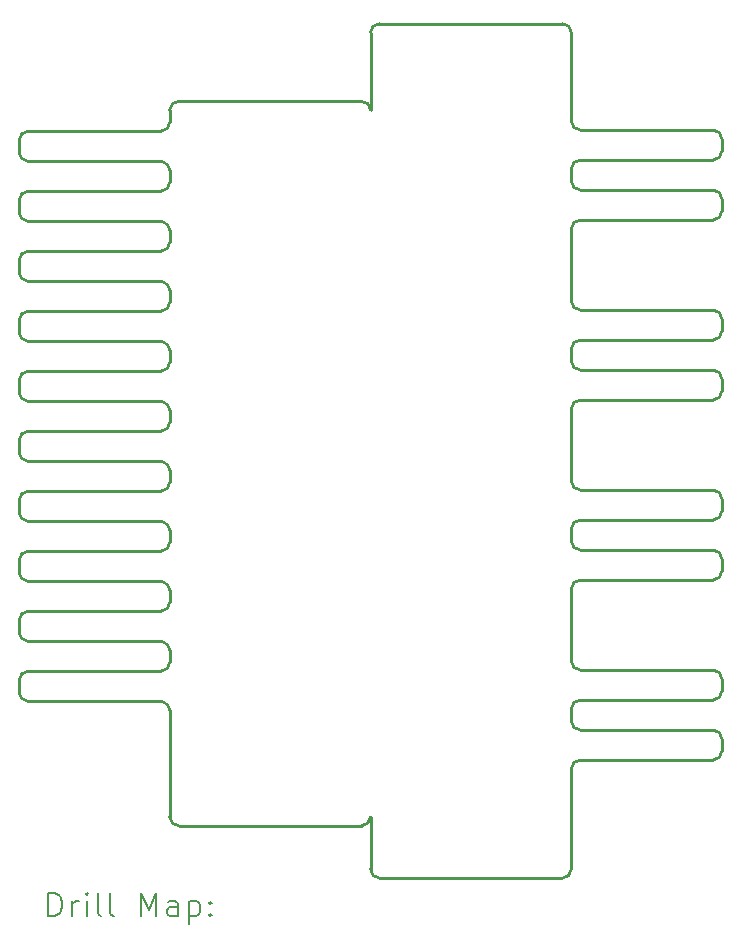
<source format=gbr>
%TF.GenerationSoftware,KiCad,Pcbnew,7.0.10*%
%TF.CreationDate,2024-07-22T08:22:24-04:00*%
%TF.ProjectId,12.X.1 - PLC Connector Combined,31322e58-2e31-4202-9d20-504c4320436f,rev?*%
%TF.SameCoordinates,Original*%
%TF.FileFunction,Drillmap*%
%TF.FilePolarity,Positive*%
%FSLAX45Y45*%
G04 Gerber Fmt 4.5, Leading zero omitted, Abs format (unit mm)*
G04 Created by KiCad (PCBNEW 7.0.10) date 2024-07-22 08:22:24*
%MOMM*%
%LPD*%
G01*
G04 APERTURE LIST*
%ADD10C,0.250000*%
%ADD11C,0.200000*%
G04 APERTURE END LIST*
D10*
X11611000Y-11142699D02*
X12736000Y-11142699D01*
X17485999Y-7651000D02*
G75*
G03*
X17411000Y-7576000I-74999J1D01*
G01*
X11536000Y-8781699D02*
G75*
G03*
X11611000Y-8856699I75000J0D01*
G01*
X11536000Y-9797699D02*
X11536000Y-9693699D01*
X11611000Y-11650699D02*
X12736000Y-11650699D01*
X11536000Y-12337699D02*
G75*
G03*
X11611000Y-12412699I75000J0D01*
G01*
X12886000Y-7332699D02*
G75*
G03*
X12811000Y-7407699I0J-75000D01*
G01*
X12811000Y-7511699D02*
X12811000Y-7407699D01*
X12736000Y-9872699D02*
X11611000Y-9872699D01*
X12811000Y-8931699D02*
G75*
G03*
X12736000Y-8856699I-75000J0D01*
G01*
X11611000Y-10634699D02*
G75*
G03*
X11536000Y-10709699I0J-75000D01*
G01*
X12736000Y-9110699D02*
G75*
G03*
X12811000Y-9035699I0J75000D01*
G01*
X17486000Y-12223000D02*
X17486000Y-12327000D01*
X16211000Y-8413000D02*
X16211000Y-9025000D01*
X12811000Y-11471699D02*
G75*
G03*
X12736000Y-11396699I-75000J0D01*
G01*
X11536000Y-11321699D02*
G75*
G03*
X11611000Y-11396699I75000J0D01*
G01*
X14511000Y-7407699D02*
G75*
G03*
X14436000Y-7332699I-75000J0D01*
G01*
X11611000Y-10126699D02*
X12736000Y-10126699D01*
X12736000Y-11650699D02*
G75*
G03*
X12811000Y-11575699I0J75000D01*
G01*
X17411000Y-7829999D02*
G75*
G03*
X17486000Y-7755000I0J75000D01*
G01*
X12811000Y-9947699D02*
G75*
G03*
X12736000Y-9872699I-75000J0D01*
G01*
X17411000Y-9353999D02*
G75*
G03*
X17486000Y-9279000I0J75000D01*
G01*
X16286000Y-10624000D02*
X17411000Y-10624000D01*
X17485999Y-11207000D02*
G75*
G03*
X17411000Y-11132000I-74999J1D01*
G01*
X17411000Y-12909999D02*
G75*
G03*
X17486000Y-12835000I0J75000D01*
G01*
X11536000Y-10305699D02*
G75*
G03*
X11611000Y-10380699I75000J0D01*
G01*
X14586000Y-6676000D02*
X16136000Y-6676000D01*
X12811000Y-10455699D02*
G75*
G03*
X12736000Y-10380699I-75000J0D01*
G01*
X17411000Y-12402000D02*
X16286000Y-12402000D01*
X11536000Y-7765699D02*
G75*
G03*
X11611000Y-7840699I75000J0D01*
G01*
X16211000Y-10953000D02*
X16211000Y-11057000D01*
X12736000Y-8348699D02*
X11611000Y-8348699D01*
X17411000Y-7830000D02*
X16286000Y-7830000D01*
X12736000Y-12158699D02*
G75*
G03*
X12811000Y-12083699I0J75000D01*
G01*
X12811000Y-8423699D02*
G75*
G03*
X12736000Y-8348699I-75000J0D01*
G01*
X11611000Y-7586699D02*
G75*
G03*
X11536000Y-7661699I0J-75000D01*
G01*
X16136000Y-13910000D02*
X14586000Y-13910000D01*
X16136000Y-13909999D02*
G75*
G03*
X16211000Y-13835000I0J75000D01*
G01*
X16286000Y-9608000D02*
X17411000Y-9608000D01*
X16286000Y-12909999D02*
G75*
G03*
X16211000Y-12985000I0J-75000D01*
G01*
X16286000Y-11132000D02*
X17411000Y-11132000D01*
X17486000Y-7651000D02*
X17486000Y-7755000D01*
X16211000Y-7905000D02*
X16211000Y-8009000D01*
X11611000Y-10126699D02*
G75*
G03*
X11536000Y-10201699I0J-75000D01*
G01*
X17486000Y-11207000D02*
X17486000Y-11311000D01*
X16286000Y-12656000D02*
X17411000Y-12656000D01*
X16211000Y-12477000D02*
X16211000Y-12581000D01*
X12811000Y-13391699D02*
G75*
G03*
X12886000Y-13466699I75000J0D01*
G01*
X11536000Y-9289699D02*
G75*
G03*
X11611000Y-9364699I75000J0D01*
G01*
X12811000Y-8019699D02*
X12811000Y-7915699D01*
X12736000Y-9618699D02*
G75*
G03*
X12811000Y-9543699I0J75000D01*
G01*
X12811000Y-10051699D02*
X12811000Y-9947699D01*
X16211000Y-12985000D02*
X16211000Y-13835000D01*
X12811000Y-11979699D02*
G75*
G03*
X12736000Y-11904699I-75000J0D01*
G01*
X14436000Y-13466699D02*
X12886000Y-13466699D01*
X12736000Y-8856699D02*
X11611000Y-8856699D01*
X17485999Y-12223000D02*
G75*
G03*
X17411000Y-12148000I-74999J1D01*
G01*
X11536000Y-12337699D02*
X11536000Y-12233699D01*
X16286000Y-9100000D02*
X17411000Y-9100000D01*
X11536000Y-8781699D02*
X11536000Y-8677699D01*
X16286000Y-7576000D02*
X17411000Y-7576000D01*
X11611000Y-8094699D02*
X12736000Y-8094699D01*
X11536000Y-10813699D02*
X11536000Y-10709699D01*
X16286000Y-10877999D02*
G75*
G03*
X16211000Y-10953000I0J-75000D01*
G01*
X12736000Y-10888699D02*
X11611000Y-10888699D01*
X17411000Y-10878000D02*
X16286000Y-10878000D01*
X11611000Y-12158699D02*
G75*
G03*
X11536000Y-12233699I0J-75000D01*
G01*
X12811000Y-9439699D02*
G75*
G03*
X12736000Y-9364699I-75000J0D01*
G01*
X14511000Y-7407699D02*
X14511000Y-6751000D01*
X16286000Y-7829999D02*
G75*
G03*
X16211000Y-7905000I0J-75000D01*
G01*
X11611000Y-7586699D02*
X12736000Y-7586699D01*
X17411000Y-9861999D02*
G75*
G03*
X17486000Y-9787000I0J75000D01*
G01*
X14586000Y-6675999D02*
G75*
G03*
X14511000Y-6751000I0J-75000D01*
G01*
X17486000Y-9175000D02*
X17486000Y-9279000D01*
X17485999Y-9683000D02*
G75*
G03*
X17411000Y-9608000I-74999J1D01*
G01*
X11536000Y-9289699D02*
X11536000Y-9185699D01*
X12736000Y-8602699D02*
G75*
G03*
X12811000Y-8527699I0J75000D01*
G01*
X17486000Y-12731000D02*
X17486000Y-12835000D01*
X16286000Y-12148000D02*
X17411000Y-12148000D01*
X16286000Y-9861999D02*
G75*
G03*
X16211000Y-9937000I0J-75000D01*
G01*
X12811000Y-12487699D02*
G75*
G03*
X12736000Y-12412699I-75000J0D01*
G01*
X12811000Y-9543699D02*
X12811000Y-9439699D01*
X11611000Y-10634699D02*
X12736000Y-10634699D01*
X17485999Y-10699000D02*
G75*
G03*
X17411000Y-10624000I-74999J1D01*
G01*
X12811000Y-10963699D02*
G75*
G03*
X12736000Y-10888699I-75000J0D01*
G01*
X11536000Y-7765699D02*
X11536000Y-7661699D01*
X12811000Y-11067699D02*
X12811000Y-10963699D01*
X11536000Y-11829699D02*
G75*
G03*
X11611000Y-11904699I75000J0D01*
G01*
X17485999Y-9175000D02*
G75*
G03*
X17411000Y-9100000I-74999J1D01*
G01*
X16210999Y-10549000D02*
G75*
G03*
X16286000Y-10624000I75001J1D01*
G01*
X16210999Y-6751000D02*
G75*
G03*
X16136000Y-6676000I-74999J1D01*
G01*
X17411000Y-12910000D02*
X16286000Y-12910000D01*
X17411000Y-8337999D02*
G75*
G03*
X17486000Y-8263000I0J75000D01*
G01*
X17411000Y-11386000D02*
X16286000Y-11386000D01*
X12736000Y-11396699D02*
X11611000Y-11396699D01*
X16210999Y-9533000D02*
G75*
G03*
X16286000Y-9608000I75001J1D01*
G01*
X14510999Y-13835000D02*
G75*
G03*
X14586000Y-13910000I75001J1D01*
G01*
X17485999Y-12731000D02*
G75*
G03*
X17411000Y-12656000I-74999J1D01*
G01*
X14511000Y-13835000D02*
X14511000Y-13391699D01*
X16286000Y-8337999D02*
G75*
G03*
X16211000Y-8413000I0J-75000D01*
G01*
X16286000Y-11385999D02*
G75*
G03*
X16211000Y-11461000I0J-75000D01*
G01*
X11536000Y-11321699D02*
X11536000Y-11217699D01*
X12736000Y-9364699D02*
X11611000Y-9364699D01*
X12811000Y-12083699D02*
X12811000Y-11979699D01*
X12811000Y-7915699D02*
G75*
G03*
X12736000Y-7840699I-75000J0D01*
G01*
X12886000Y-7332699D02*
X14436000Y-7332699D01*
X11611000Y-11142699D02*
G75*
G03*
X11536000Y-11217699I0J-75000D01*
G01*
X12736000Y-10380699D02*
X11611000Y-10380699D01*
X16211000Y-9429000D02*
X16211000Y-9533000D01*
X11611000Y-9110699D02*
X12736000Y-9110699D01*
X11611000Y-8094699D02*
G75*
G03*
X11536000Y-8169699I0J-75000D01*
G01*
X16286000Y-9353999D02*
G75*
G03*
X16211000Y-9429000I0J-75000D01*
G01*
X12811000Y-9035699D02*
X12811000Y-8931699D01*
X17411000Y-8338000D02*
X16286000Y-8338000D01*
X12811000Y-13391699D02*
X12811000Y-12487699D01*
X11536000Y-8273699D02*
G75*
G03*
X11611000Y-8348699I75000J0D01*
G01*
X12736000Y-10634699D02*
G75*
G03*
X12811000Y-10559699I0J75000D01*
G01*
X12811000Y-11575699D02*
X12811000Y-11471699D01*
X16211000Y-11461000D02*
X16211000Y-12073000D01*
X11611000Y-9618699D02*
G75*
G03*
X11536000Y-9693699I0J-75000D01*
G01*
X11536000Y-9797699D02*
G75*
G03*
X11611000Y-9872699I75000J0D01*
G01*
X12736000Y-7586699D02*
G75*
G03*
X12811000Y-7511699I0J75000D01*
G01*
X17411000Y-10877999D02*
G75*
G03*
X17486000Y-10803000I0J75000D01*
G01*
X16210999Y-11057000D02*
G75*
G03*
X16286000Y-11132000I75001J1D01*
G01*
X12736000Y-11904699D02*
X11611000Y-11904699D01*
X17411000Y-9354000D02*
X16286000Y-9354000D01*
X12811000Y-8527699D02*
X12811000Y-8423699D01*
X14436000Y-13466699D02*
G75*
G03*
X14511000Y-13391699I0J75000D01*
G01*
X17485999Y-8159000D02*
G75*
G03*
X17411000Y-8084000I-74999J1D01*
G01*
X11611000Y-11650699D02*
G75*
G03*
X11536000Y-11725699I0J-75000D01*
G01*
X16210999Y-9025000D02*
G75*
G03*
X16286000Y-9100000I75001J1D01*
G01*
X16211000Y-6751000D02*
X16211000Y-7501000D01*
X17411000Y-9862000D02*
X16286000Y-9862000D01*
X17486000Y-9683000D02*
X17486000Y-9787000D01*
X11611000Y-8602699D02*
X12736000Y-8602699D01*
X12736000Y-11142699D02*
G75*
G03*
X12811000Y-11067699I0J75000D01*
G01*
X12811000Y-10559699D02*
X12811000Y-10455699D01*
X12736000Y-12412699D02*
X11611000Y-12412699D01*
X11536000Y-11829699D02*
X11536000Y-11725699D01*
X11536000Y-10305699D02*
X11536000Y-10201699D01*
X11611000Y-8602699D02*
G75*
G03*
X11536000Y-8677699I0J-75000D01*
G01*
X16211000Y-9937000D02*
X16211000Y-10549000D01*
X16286000Y-8084000D02*
X17411000Y-8084000D01*
X11611000Y-9110699D02*
G75*
G03*
X11536000Y-9185699I0J-75000D01*
G01*
X17486000Y-8159000D02*
X17486000Y-8263000D01*
X17411000Y-11385999D02*
G75*
G03*
X17486000Y-11311000I0J75000D01*
G01*
X12736000Y-7840699D02*
X11611000Y-7840699D01*
X16286000Y-12401999D02*
G75*
G03*
X16211000Y-12477000I0J-75000D01*
G01*
X11611000Y-12158699D02*
X12736000Y-12158699D01*
X12736000Y-8094699D02*
G75*
G03*
X12811000Y-8019699I0J75000D01*
G01*
X11536000Y-10813699D02*
G75*
G03*
X11611000Y-10888699I75000J0D01*
G01*
X11536000Y-8273699D02*
X11536000Y-8169699D01*
X16210999Y-12073000D02*
G75*
G03*
X16286000Y-12148000I75001J1D01*
G01*
X11611000Y-9618699D02*
X12736000Y-9618699D01*
X16210999Y-7501000D02*
G75*
G03*
X16286000Y-7576000I75001J1D01*
G01*
X16210999Y-8009000D02*
G75*
G03*
X16286000Y-8084000I75001J1D01*
G01*
X12736000Y-10126699D02*
G75*
G03*
X12811000Y-10051699I0J75000D01*
G01*
X16210999Y-12581000D02*
G75*
G03*
X16286000Y-12656000I75001J1D01*
G01*
X17486000Y-10699000D02*
X17486000Y-10803000D01*
X17411000Y-12401999D02*
G75*
G03*
X17486000Y-12327000I0J75000D01*
G01*
D11*
X11784277Y-14233984D02*
X11784277Y-14033984D01*
X11784277Y-14033984D02*
X11831896Y-14033984D01*
X11831896Y-14033984D02*
X11860467Y-14043508D01*
X11860467Y-14043508D02*
X11879515Y-14062555D01*
X11879515Y-14062555D02*
X11889039Y-14081603D01*
X11889039Y-14081603D02*
X11898562Y-14119698D01*
X11898562Y-14119698D02*
X11898562Y-14148269D01*
X11898562Y-14148269D02*
X11889039Y-14186365D01*
X11889039Y-14186365D02*
X11879515Y-14205412D01*
X11879515Y-14205412D02*
X11860467Y-14224460D01*
X11860467Y-14224460D02*
X11831896Y-14233984D01*
X11831896Y-14233984D02*
X11784277Y-14233984D01*
X11984277Y-14233984D02*
X11984277Y-14100650D01*
X11984277Y-14138746D02*
X11993801Y-14119698D01*
X11993801Y-14119698D02*
X12003324Y-14110174D01*
X12003324Y-14110174D02*
X12022372Y-14100650D01*
X12022372Y-14100650D02*
X12041420Y-14100650D01*
X12108086Y-14233984D02*
X12108086Y-14100650D01*
X12108086Y-14033984D02*
X12098562Y-14043508D01*
X12098562Y-14043508D02*
X12108086Y-14053031D01*
X12108086Y-14053031D02*
X12117610Y-14043508D01*
X12117610Y-14043508D02*
X12108086Y-14033984D01*
X12108086Y-14033984D02*
X12108086Y-14053031D01*
X12231896Y-14233984D02*
X12212848Y-14224460D01*
X12212848Y-14224460D02*
X12203324Y-14205412D01*
X12203324Y-14205412D02*
X12203324Y-14033984D01*
X12336658Y-14233984D02*
X12317610Y-14224460D01*
X12317610Y-14224460D02*
X12308086Y-14205412D01*
X12308086Y-14205412D02*
X12308086Y-14033984D01*
X12565229Y-14233984D02*
X12565229Y-14033984D01*
X12565229Y-14033984D02*
X12631896Y-14176841D01*
X12631896Y-14176841D02*
X12698562Y-14033984D01*
X12698562Y-14033984D02*
X12698562Y-14233984D01*
X12879515Y-14233984D02*
X12879515Y-14129222D01*
X12879515Y-14129222D02*
X12869991Y-14110174D01*
X12869991Y-14110174D02*
X12850943Y-14100650D01*
X12850943Y-14100650D02*
X12812848Y-14100650D01*
X12812848Y-14100650D02*
X12793801Y-14110174D01*
X12879515Y-14224460D02*
X12860467Y-14233984D01*
X12860467Y-14233984D02*
X12812848Y-14233984D01*
X12812848Y-14233984D02*
X12793801Y-14224460D01*
X12793801Y-14224460D02*
X12784277Y-14205412D01*
X12784277Y-14205412D02*
X12784277Y-14186365D01*
X12784277Y-14186365D02*
X12793801Y-14167317D01*
X12793801Y-14167317D02*
X12812848Y-14157793D01*
X12812848Y-14157793D02*
X12860467Y-14157793D01*
X12860467Y-14157793D02*
X12879515Y-14148269D01*
X12974753Y-14100650D02*
X12974753Y-14300650D01*
X12974753Y-14110174D02*
X12993801Y-14100650D01*
X12993801Y-14100650D02*
X13031896Y-14100650D01*
X13031896Y-14100650D02*
X13050943Y-14110174D01*
X13050943Y-14110174D02*
X13060467Y-14119698D01*
X13060467Y-14119698D02*
X13069991Y-14138746D01*
X13069991Y-14138746D02*
X13069991Y-14195888D01*
X13069991Y-14195888D02*
X13060467Y-14214936D01*
X13060467Y-14214936D02*
X13050943Y-14224460D01*
X13050943Y-14224460D02*
X13031896Y-14233984D01*
X13031896Y-14233984D02*
X12993801Y-14233984D01*
X12993801Y-14233984D02*
X12974753Y-14224460D01*
X13155705Y-14214936D02*
X13165229Y-14224460D01*
X13165229Y-14224460D02*
X13155705Y-14233984D01*
X13155705Y-14233984D02*
X13146182Y-14224460D01*
X13146182Y-14224460D02*
X13155705Y-14214936D01*
X13155705Y-14214936D02*
X13155705Y-14233984D01*
X13155705Y-14110174D02*
X13165229Y-14119698D01*
X13165229Y-14119698D02*
X13155705Y-14129222D01*
X13155705Y-14129222D02*
X13146182Y-14119698D01*
X13146182Y-14119698D02*
X13155705Y-14110174D01*
X13155705Y-14110174D02*
X13155705Y-14129222D01*
M02*

</source>
